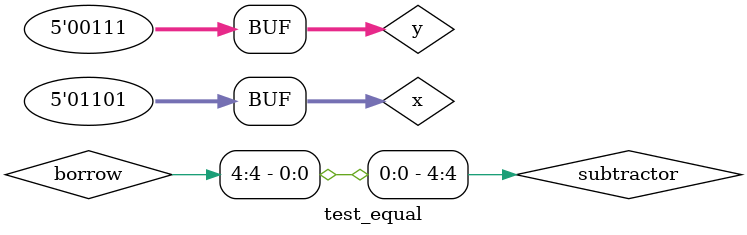
<source format=v>
module halfDifference (output s1,
                  output s0,
                  input a,
                  input b);
    // descrever por portas
    xor XOR1 ( s0, a, b );
    and AND1 ( s1, ~a, b );
endmodule // halfDifference

// -------------------------
// full difference
// -------------------------
module fullDifference ( output s1,
                   output s0,
                   input a,
                   input b,
                    input borrowIn  // Borrow-in
);
    wire s_half1, b_half1, b_half2;

    halfDifference HD (
        .s0(s_half1), 
        .s1(b_half1),  
        .a(a),
        .b(b)
    );

    xor XOR1 (s0, s_half1, borrowIn);

    and AND1 (b_half2, ~s_half1, borrowIn);
    or OR1 (s1, b_half1, b_half2);

endmodule // fullDifference

// -------------------------
// comparador de igualdade
// -------------------------
module ComparadorIgualdade (
    input [4:0] x,   
    input [4:0] y,   
    output igual     // Saida 1 se A == B, 0 se A != B
);

    wire s4, s3, s2, s1, s0; 

    // Comparação bit a bit usando XNOR 
    assign s4 = ~(x[4] ^ y[4]);  // Bit de sinal
    assign s3 = ~(x[3] ^ y[3]);  
    assign s2 = ~(x[2] ^ y[2]); 
    assign s1 = ~(x[1] ^ y[1]);  
    assign s0 = ~(x[0] ^ y[0]); 

    //os bits devem ser iguais
    assign igual = s4 & s3 & s2 & s1 & s0;
endmodule //ComparadorIgualdade

//modulo de teste
module test_equal;
    // ------------------------- definir dados
    
    reg [4:0] x;
    reg [4:0] y;
    wire [4:0] borrow;   // "vem-um"
    wire [4:0] subtractor;
    wire igual;

    ComparadorIgualdade comp (.x(x), .y(y), .igual(igual));
    // fullDifference ( borrow[0], subtractor[0], x[0], y[0] );
    fullDifference FA0 (borrow[0], subtractor[0], x[0], y[0], 1'b0 );   
    fullDifference FA1 (borrow[1], subtractor[1], x[1], y[1], borrow[0] ); 
    fullDifference FA2 (borrow[2], subtractor[2], x[2], y[2], borrow[1] );
    fullDifference FA3 (borrow[3], subtractor[3], x[3], y[3], borrow[2] ); 
    fullDifference FA4 (borrow[4], subtractor[4], x[4], y[4], borrow[3] ); 

    assign subtractor[4] = borrow[4]; // Borrow final

    // ------------------------- parte principal
    initial begin
    $display("Guia_0802 - Rayssa Mell de Souza Silva - 860210");
    $display("Test LU'S Equallity");

    $monitor("x = %b, y = %b, igual = %b, Subtractor: %b - %b = %b", x, y, igual, x, y, subtractor);
    
    // casos de teste
    x = 5'b01010;  // 10
    y = 5'b01010;  // 10
    #1; 
    
    x = 5'b11010;  // -6
    y = 5'b01010;  // 10
    #1;

    x = 5'b11100;  // -4
    y = 5'b00100;  // 4
    #1;

    x = 5'b01101;  // 13
    y = 5'b00111;  // 7
    #1;

end
endmodule // test_equal

/* Resultados

Guia_0802 - Rayssa Mell de Souza Silva - 860210
Test LU'S Equallity
x = 01010, y = 01010, igual = 1, Subtractor: 01010 - 01010 = 00000
x = 11010, y = 01010, igual = 0, Subtractor: 11010 - 01010 = x0000
x = 11100, y = 00100, igual = 0, Subtractor: 11100 - 00100 = x1000
x = 01101, y = 00111, igual = 0, Subtractor: 01101 - 00111 = 00110

*/
</source>
